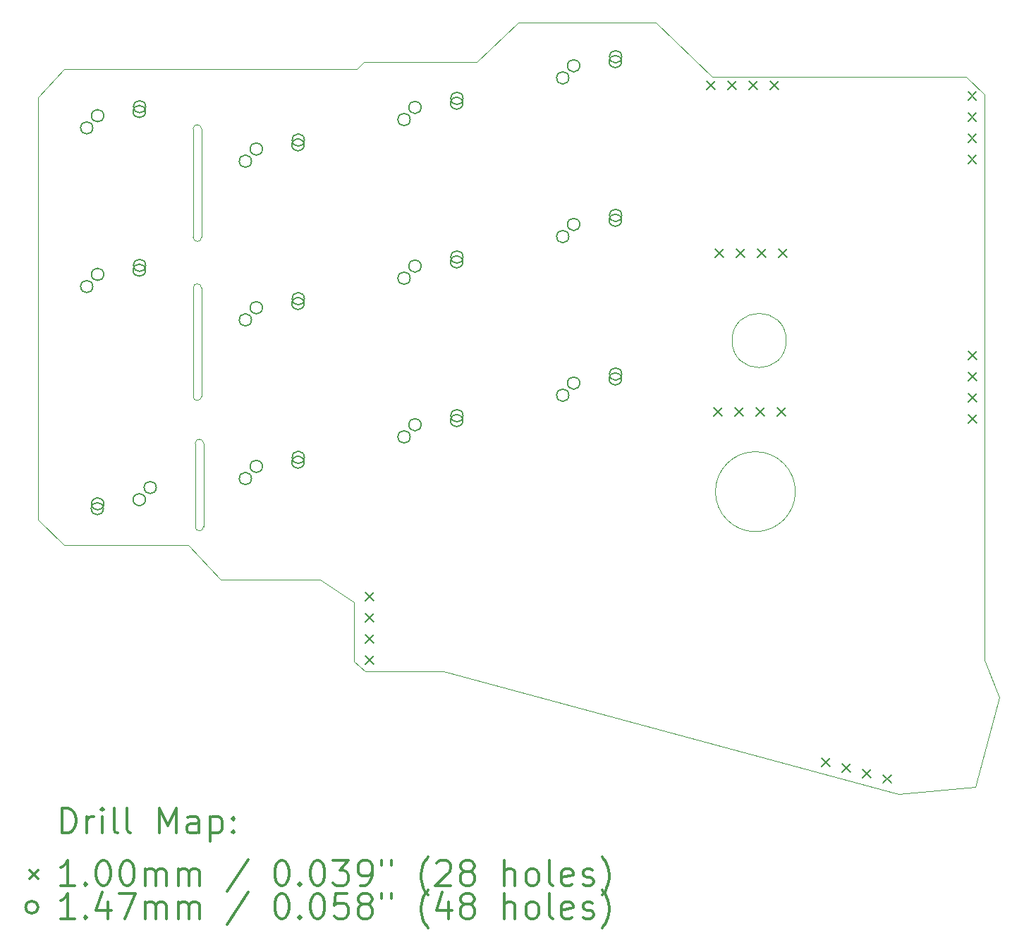
<source format=gbr>
%FSLAX45Y45*%
G04 Gerber Fmt 4.5, Leading zero omitted, Abs format (unit mm)*
G04 Created by KiCad (PCBNEW (5.1.4)-1) date 2023-06-17 18:30:09*
%MOMM*%
%LPD*%
G04 APERTURE LIST*
%ADD10C,0.050000*%
%ADD11C,0.200000*%
%ADD12C,0.300000*%
G04 APERTURE END LIST*
D10*
X3388000Y-54152000D02*
X3388000Y-55454000D01*
X3288000Y-54152000D02*
G75*
G02X3388000Y-54152000I50000J0D01*
G01*
X3288000Y-54152000D02*
X3288000Y-55454000D01*
X3288000Y-52242000D02*
X3288000Y-53544000D01*
X3388000Y-52242000D02*
X3388000Y-53544000D01*
X3388000Y-53544000D02*
G75*
G02X3288000Y-53544000I-50000J0D01*
G01*
X3288000Y-52242000D02*
G75*
G02X3388000Y-52242000I50000J0D01*
G01*
X3388000Y-55454000D02*
G75*
G02X3288000Y-55454000I-50000J0D01*
G01*
X3413000Y-57018000D02*
G75*
G02X3313000Y-57018000I-50000J0D01*
G01*
X3313000Y-56018000D02*
G75*
G02X3413000Y-56018000I50000J0D01*
G01*
X3413000Y-56018000D02*
X3413000Y-57018000D01*
X3313000Y-56018000D02*
X3313000Y-57018000D01*
X1426279Y-56939295D02*
X1426279Y-51864295D01*
X12784480Y-51829016D02*
X12786421Y-58621812D01*
X5216279Y-57929295D02*
X4816279Y-57654295D01*
X1916279Y-57239295D02*
X1736279Y-57239295D01*
X1736279Y-51524295D02*
X1916279Y-51524295D01*
X10518000Y-56598000D02*
G75*
G03X10518000Y-56598000I-480000J0D01*
G01*
X10408000Y-54783000D02*
G75*
G03X10408000Y-54783000I-325000J0D01*
G01*
X5216279Y-57929295D02*
X5216279Y-58639295D01*
X6276279Y-58759295D02*
X6296279Y-58759295D01*
X12678419Y-60143040D02*
X11756279Y-60229295D01*
X12678419Y-60143040D02*
X12966232Y-59066860D01*
X3621279Y-57654295D02*
X3226279Y-57239295D01*
X12786421Y-58621812D02*
X12966232Y-59066860D01*
X6696279Y-51439295D02*
X7191279Y-50964295D01*
X5341279Y-51439295D02*
X5256279Y-51524295D01*
X12784480Y-51829016D02*
X12566279Y-51614295D01*
X8846279Y-50964295D02*
X7191279Y-50964295D01*
X3206279Y-57239295D02*
X3226279Y-57239295D01*
X9516279Y-51614295D02*
X12566279Y-51614295D01*
X1426279Y-56939295D02*
X1736279Y-57239295D01*
X8846279Y-50964295D02*
X9516279Y-51614295D01*
X6696279Y-51439295D02*
X5341279Y-51439295D01*
X3206279Y-57239295D02*
X1916279Y-57239295D01*
X3621279Y-57654295D02*
X4816279Y-57654295D01*
X5216279Y-58639295D02*
X5356279Y-58759295D01*
X6276279Y-58759295D02*
X5356279Y-58759295D01*
X1736279Y-51524295D02*
X1426279Y-51864295D01*
X11756279Y-60229295D02*
X6296279Y-58759295D01*
X1916279Y-51524295D02*
X5256279Y-51524295D01*
D11*
X5356279Y-57807295D02*
X5456279Y-57907295D01*
X5456279Y-57807295D02*
X5356279Y-57907295D01*
X5356279Y-58061295D02*
X5456279Y-58161295D01*
X5456279Y-58061295D02*
X5356279Y-58161295D01*
X5356279Y-58315295D02*
X5456279Y-58415295D01*
X5456279Y-58315295D02*
X5356279Y-58415295D01*
X5356279Y-58569295D02*
X5456279Y-58669295D01*
X5456279Y-58569295D02*
X5356279Y-58669295D01*
X9556416Y-53681520D02*
X9656416Y-53781520D01*
X9656416Y-53681520D02*
X9556416Y-53781520D01*
X9810416Y-53681520D02*
X9910416Y-53781520D01*
X9910416Y-53681520D02*
X9810416Y-53781520D01*
X10064416Y-53681520D02*
X10164416Y-53781520D01*
X10164416Y-53681520D02*
X10064416Y-53781520D01*
X10318416Y-53681520D02*
X10418416Y-53781520D01*
X10418416Y-53681520D02*
X10318416Y-53781520D01*
X10836279Y-59799295D02*
X10936279Y-59899295D01*
X10936279Y-59799295D02*
X10836279Y-59899295D01*
X11081624Y-59865035D02*
X11181624Y-59965035D01*
X11181624Y-59865035D02*
X11081624Y-59965035D01*
X11326969Y-59930775D02*
X11426969Y-60030775D01*
X11426969Y-59930775D02*
X11326969Y-60030775D01*
X11572314Y-59996515D02*
X11672314Y-60096515D01*
X11672314Y-59996515D02*
X11572314Y-60096515D01*
X12590609Y-51797830D02*
X12690609Y-51897830D01*
X12690609Y-51797830D02*
X12590609Y-51897830D01*
X12590609Y-52051830D02*
X12690609Y-52151830D01*
X12690609Y-52051830D02*
X12590609Y-52151830D01*
X12590609Y-52305830D02*
X12690609Y-52405830D01*
X12690609Y-52305830D02*
X12590609Y-52405830D01*
X12590609Y-52559830D02*
X12690609Y-52659830D01*
X12690609Y-52559830D02*
X12590609Y-52659830D01*
X12597060Y-54910489D02*
X12697060Y-55010489D01*
X12697060Y-54910489D02*
X12597060Y-55010489D01*
X12597060Y-55164489D02*
X12697060Y-55264489D01*
X12697060Y-55164489D02*
X12597060Y-55264489D01*
X12597060Y-55418489D02*
X12697060Y-55518489D01*
X12697060Y-55418489D02*
X12597060Y-55518489D01*
X12597060Y-55672489D02*
X12697060Y-55772489D01*
X12697060Y-55672489D02*
X12597060Y-55772489D01*
X9454629Y-51669554D02*
X9554629Y-51769554D01*
X9554629Y-51669554D02*
X9454629Y-51769554D01*
X9708629Y-51669554D02*
X9808629Y-51769554D01*
X9808629Y-51669554D02*
X9708629Y-51769554D01*
X9962629Y-51669554D02*
X10062629Y-51769554D01*
X10062629Y-51669554D02*
X9962629Y-51769554D01*
X10216629Y-51669554D02*
X10316629Y-51769554D01*
X10316629Y-51669554D02*
X10216629Y-51769554D01*
X9540697Y-55590097D02*
X9640697Y-55690097D01*
X9640697Y-55590097D02*
X9540697Y-55690097D01*
X9794697Y-55590097D02*
X9894697Y-55690097D01*
X9894697Y-55590097D02*
X9794697Y-55690097D01*
X10048697Y-55590097D02*
X10148697Y-55690097D01*
X10148697Y-55590097D02*
X10048697Y-55690097D01*
X10302697Y-55590097D02*
X10402697Y-55690097D01*
X10402697Y-55590097D02*
X10302697Y-55690097D01*
X5893779Y-55940295D02*
G75*
G03X5893779Y-55940295I-73500J0D01*
G01*
X6024779Y-55794295D02*
G75*
G03X6024779Y-55794295I-73500J0D01*
G01*
X6524779Y-55744295D02*
G75*
G03X6524779Y-55744295I-73500J0D01*
G01*
X6528779Y-55686295D02*
G75*
G03X6528779Y-55686295I-73500J0D01*
G01*
X2083779Y-54135295D02*
G75*
G03X2083779Y-54135295I-73500J0D01*
G01*
X2214779Y-53989295D02*
G75*
G03X2214779Y-53989295I-73500J0D01*
G01*
X2714779Y-53939295D02*
G75*
G03X2714779Y-53939295I-73500J0D01*
G01*
X2718779Y-53881295D02*
G75*
G03X2718779Y-53881295I-73500J0D01*
G01*
X2210779Y-56802295D02*
G75*
G03X2210779Y-56802295I-73500J0D01*
G01*
X2214779Y-56744295D02*
G75*
G03X2214779Y-56744295I-73500J0D01*
G01*
X2714779Y-56694295D02*
G75*
G03X2714779Y-56694295I-73500J0D01*
G01*
X2845779Y-56548295D02*
G75*
G03X2845779Y-56548295I-73500J0D01*
G01*
X5893779Y-52130295D02*
G75*
G03X5893779Y-52130295I-73500J0D01*
G01*
X6024779Y-51984295D02*
G75*
G03X6024779Y-51984295I-73500J0D01*
G01*
X6524779Y-51934295D02*
G75*
G03X6524779Y-51934295I-73500J0D01*
G01*
X6528779Y-51876295D02*
G75*
G03X6528779Y-51876295I-73500J0D01*
G01*
X7798779Y-55440295D02*
G75*
G03X7798779Y-55440295I-73500J0D01*
G01*
X7929779Y-55294295D02*
G75*
G03X7929779Y-55294295I-73500J0D01*
G01*
X8429779Y-55244295D02*
G75*
G03X8429779Y-55244295I-73500J0D01*
G01*
X8433779Y-55186295D02*
G75*
G03X8433779Y-55186295I-73500J0D01*
G01*
X7798779Y-51630295D02*
G75*
G03X7798779Y-51630295I-73500J0D01*
G01*
X7929779Y-51484295D02*
G75*
G03X7929779Y-51484295I-73500J0D01*
G01*
X8429779Y-51434295D02*
G75*
G03X8429779Y-51434295I-73500J0D01*
G01*
X8433779Y-51376295D02*
G75*
G03X8433779Y-51376295I-73500J0D01*
G01*
X3988779Y-56440295D02*
G75*
G03X3988779Y-56440295I-73500J0D01*
G01*
X4119779Y-56294295D02*
G75*
G03X4119779Y-56294295I-73500J0D01*
G01*
X4619779Y-56244295D02*
G75*
G03X4619779Y-56244295I-73500J0D01*
G01*
X4623779Y-56186295D02*
G75*
G03X4623779Y-56186295I-73500J0D01*
G01*
X3988779Y-52630295D02*
G75*
G03X3988779Y-52630295I-73500J0D01*
G01*
X4119779Y-52484295D02*
G75*
G03X4119779Y-52484295I-73500J0D01*
G01*
X4619779Y-52434295D02*
G75*
G03X4619779Y-52434295I-73500J0D01*
G01*
X4623779Y-52376295D02*
G75*
G03X4623779Y-52376295I-73500J0D01*
G01*
X2083779Y-52230295D02*
G75*
G03X2083779Y-52230295I-73500J0D01*
G01*
X2214779Y-52084295D02*
G75*
G03X2214779Y-52084295I-73500J0D01*
G01*
X2714779Y-52034295D02*
G75*
G03X2714779Y-52034295I-73500J0D01*
G01*
X2718779Y-51976295D02*
G75*
G03X2718779Y-51976295I-73500J0D01*
G01*
X7798779Y-53535295D02*
G75*
G03X7798779Y-53535295I-73500J0D01*
G01*
X7929779Y-53389295D02*
G75*
G03X7929779Y-53389295I-73500J0D01*
G01*
X8429779Y-53339295D02*
G75*
G03X8429779Y-53339295I-73500J0D01*
G01*
X8433779Y-53281295D02*
G75*
G03X8433779Y-53281295I-73500J0D01*
G01*
X3988779Y-54535295D02*
G75*
G03X3988779Y-54535295I-73500J0D01*
G01*
X4119779Y-54389295D02*
G75*
G03X4119779Y-54389295I-73500J0D01*
G01*
X4619779Y-54339295D02*
G75*
G03X4619779Y-54339295I-73500J0D01*
G01*
X4623779Y-54281295D02*
G75*
G03X4623779Y-54281295I-73500J0D01*
G01*
X5893779Y-54035295D02*
G75*
G03X5893779Y-54035295I-73500J0D01*
G01*
X6024779Y-53889295D02*
G75*
G03X6024779Y-53889295I-73500J0D01*
G01*
X6524779Y-53839295D02*
G75*
G03X6524779Y-53839295I-73500J0D01*
G01*
X6528779Y-53781295D02*
G75*
G03X6528779Y-53781295I-73500J0D01*
G01*
D12*
X1710207Y-60697509D02*
X1710207Y-60397509D01*
X1781636Y-60397509D01*
X1824493Y-60411795D01*
X1853064Y-60440367D01*
X1867350Y-60468938D01*
X1881636Y-60526081D01*
X1881636Y-60568938D01*
X1867350Y-60626081D01*
X1853064Y-60654652D01*
X1824493Y-60683224D01*
X1781636Y-60697509D01*
X1710207Y-60697509D01*
X2010207Y-60697509D02*
X2010207Y-60497509D01*
X2010207Y-60554652D02*
X2024493Y-60526081D01*
X2038779Y-60511795D01*
X2067350Y-60497509D01*
X2095922Y-60497509D01*
X2195922Y-60697509D02*
X2195922Y-60497509D01*
X2195922Y-60397509D02*
X2181636Y-60411795D01*
X2195922Y-60426081D01*
X2210207Y-60411795D01*
X2195922Y-60397509D01*
X2195922Y-60426081D01*
X2381636Y-60697509D02*
X2353065Y-60683224D01*
X2338779Y-60654652D01*
X2338779Y-60397509D01*
X2538779Y-60697509D02*
X2510207Y-60683224D01*
X2495922Y-60654652D01*
X2495922Y-60397509D01*
X2881636Y-60697509D02*
X2881636Y-60397509D01*
X2981636Y-60611795D01*
X3081636Y-60397509D01*
X3081636Y-60697509D01*
X3353064Y-60697509D02*
X3353064Y-60540367D01*
X3338779Y-60511795D01*
X3310207Y-60497509D01*
X3253064Y-60497509D01*
X3224493Y-60511795D01*
X3353064Y-60683224D02*
X3324493Y-60697509D01*
X3253064Y-60697509D01*
X3224493Y-60683224D01*
X3210207Y-60654652D01*
X3210207Y-60626081D01*
X3224493Y-60597509D01*
X3253064Y-60583224D01*
X3324493Y-60583224D01*
X3353064Y-60568938D01*
X3495922Y-60497509D02*
X3495922Y-60797509D01*
X3495922Y-60511795D02*
X3524493Y-60497509D01*
X3581636Y-60497509D01*
X3610207Y-60511795D01*
X3624493Y-60526081D01*
X3638779Y-60554652D01*
X3638779Y-60640367D01*
X3624493Y-60668938D01*
X3610207Y-60683224D01*
X3581636Y-60697509D01*
X3524493Y-60697509D01*
X3495922Y-60683224D01*
X3767350Y-60668938D02*
X3781636Y-60683224D01*
X3767350Y-60697509D01*
X3753064Y-60683224D01*
X3767350Y-60668938D01*
X3767350Y-60697509D01*
X3767350Y-60511795D02*
X3781636Y-60526081D01*
X3767350Y-60540367D01*
X3753064Y-60526081D01*
X3767350Y-60511795D01*
X3767350Y-60540367D01*
X1323779Y-61141795D02*
X1423779Y-61241795D01*
X1423779Y-61141795D02*
X1323779Y-61241795D01*
X1867350Y-61327509D02*
X1695922Y-61327509D01*
X1781636Y-61327509D02*
X1781636Y-61027509D01*
X1753064Y-61070367D01*
X1724493Y-61098938D01*
X1695922Y-61113224D01*
X1995922Y-61298938D02*
X2010207Y-61313224D01*
X1995922Y-61327509D01*
X1981636Y-61313224D01*
X1995922Y-61298938D01*
X1995922Y-61327509D01*
X2195922Y-61027509D02*
X2224493Y-61027509D01*
X2253065Y-61041795D01*
X2267350Y-61056081D01*
X2281636Y-61084652D01*
X2295922Y-61141795D01*
X2295922Y-61213224D01*
X2281636Y-61270367D01*
X2267350Y-61298938D01*
X2253065Y-61313224D01*
X2224493Y-61327509D01*
X2195922Y-61327509D01*
X2167350Y-61313224D01*
X2153065Y-61298938D01*
X2138779Y-61270367D01*
X2124493Y-61213224D01*
X2124493Y-61141795D01*
X2138779Y-61084652D01*
X2153065Y-61056081D01*
X2167350Y-61041795D01*
X2195922Y-61027509D01*
X2481636Y-61027509D02*
X2510207Y-61027509D01*
X2538779Y-61041795D01*
X2553065Y-61056081D01*
X2567350Y-61084652D01*
X2581636Y-61141795D01*
X2581636Y-61213224D01*
X2567350Y-61270367D01*
X2553065Y-61298938D01*
X2538779Y-61313224D01*
X2510207Y-61327509D01*
X2481636Y-61327509D01*
X2453065Y-61313224D01*
X2438779Y-61298938D01*
X2424493Y-61270367D01*
X2410207Y-61213224D01*
X2410207Y-61141795D01*
X2424493Y-61084652D01*
X2438779Y-61056081D01*
X2453065Y-61041795D01*
X2481636Y-61027509D01*
X2710207Y-61327509D02*
X2710207Y-61127509D01*
X2710207Y-61156081D02*
X2724493Y-61141795D01*
X2753065Y-61127509D01*
X2795922Y-61127509D01*
X2824493Y-61141795D01*
X2838779Y-61170367D01*
X2838779Y-61327509D01*
X2838779Y-61170367D02*
X2853064Y-61141795D01*
X2881636Y-61127509D01*
X2924493Y-61127509D01*
X2953064Y-61141795D01*
X2967350Y-61170367D01*
X2967350Y-61327509D01*
X3110207Y-61327509D02*
X3110207Y-61127509D01*
X3110207Y-61156081D02*
X3124493Y-61141795D01*
X3153064Y-61127509D01*
X3195922Y-61127509D01*
X3224493Y-61141795D01*
X3238779Y-61170367D01*
X3238779Y-61327509D01*
X3238779Y-61170367D02*
X3253064Y-61141795D01*
X3281636Y-61127509D01*
X3324493Y-61127509D01*
X3353064Y-61141795D01*
X3367350Y-61170367D01*
X3367350Y-61327509D01*
X3953064Y-61013224D02*
X3695922Y-61398938D01*
X4338779Y-61027509D02*
X4367350Y-61027509D01*
X4395922Y-61041795D01*
X4410207Y-61056081D01*
X4424493Y-61084652D01*
X4438779Y-61141795D01*
X4438779Y-61213224D01*
X4424493Y-61270367D01*
X4410207Y-61298938D01*
X4395922Y-61313224D01*
X4367350Y-61327509D01*
X4338779Y-61327509D01*
X4310207Y-61313224D01*
X4295922Y-61298938D01*
X4281636Y-61270367D01*
X4267350Y-61213224D01*
X4267350Y-61141795D01*
X4281636Y-61084652D01*
X4295922Y-61056081D01*
X4310207Y-61041795D01*
X4338779Y-61027509D01*
X4567350Y-61298938D02*
X4581636Y-61313224D01*
X4567350Y-61327509D01*
X4553065Y-61313224D01*
X4567350Y-61298938D01*
X4567350Y-61327509D01*
X4767350Y-61027509D02*
X4795922Y-61027509D01*
X4824493Y-61041795D01*
X4838779Y-61056081D01*
X4853065Y-61084652D01*
X4867350Y-61141795D01*
X4867350Y-61213224D01*
X4853065Y-61270367D01*
X4838779Y-61298938D01*
X4824493Y-61313224D01*
X4795922Y-61327509D01*
X4767350Y-61327509D01*
X4738779Y-61313224D01*
X4724493Y-61298938D01*
X4710207Y-61270367D01*
X4695922Y-61213224D01*
X4695922Y-61141795D01*
X4710207Y-61084652D01*
X4724493Y-61056081D01*
X4738779Y-61041795D01*
X4767350Y-61027509D01*
X4967350Y-61027509D02*
X5153065Y-61027509D01*
X5053065Y-61141795D01*
X5095922Y-61141795D01*
X5124493Y-61156081D01*
X5138779Y-61170367D01*
X5153065Y-61198938D01*
X5153065Y-61270367D01*
X5138779Y-61298938D01*
X5124493Y-61313224D01*
X5095922Y-61327509D01*
X5010207Y-61327509D01*
X4981636Y-61313224D01*
X4967350Y-61298938D01*
X5295922Y-61327509D02*
X5353065Y-61327509D01*
X5381636Y-61313224D01*
X5395922Y-61298938D01*
X5424493Y-61256081D01*
X5438779Y-61198938D01*
X5438779Y-61084652D01*
X5424493Y-61056081D01*
X5410207Y-61041795D01*
X5381636Y-61027509D01*
X5324493Y-61027509D01*
X5295922Y-61041795D01*
X5281636Y-61056081D01*
X5267350Y-61084652D01*
X5267350Y-61156081D01*
X5281636Y-61184652D01*
X5295922Y-61198938D01*
X5324493Y-61213224D01*
X5381636Y-61213224D01*
X5410207Y-61198938D01*
X5424493Y-61184652D01*
X5438779Y-61156081D01*
X5553065Y-61027509D02*
X5553065Y-61084652D01*
X5667350Y-61027509D02*
X5667350Y-61084652D01*
X6110207Y-61441795D02*
X6095922Y-61427509D01*
X6067350Y-61384652D01*
X6053064Y-61356081D01*
X6038779Y-61313224D01*
X6024493Y-61241795D01*
X6024493Y-61184652D01*
X6038779Y-61113224D01*
X6053064Y-61070367D01*
X6067350Y-61041795D01*
X6095922Y-60998938D01*
X6110207Y-60984652D01*
X6210207Y-61056081D02*
X6224493Y-61041795D01*
X6253064Y-61027509D01*
X6324493Y-61027509D01*
X6353064Y-61041795D01*
X6367350Y-61056081D01*
X6381636Y-61084652D01*
X6381636Y-61113224D01*
X6367350Y-61156081D01*
X6195922Y-61327509D01*
X6381636Y-61327509D01*
X6553064Y-61156081D02*
X6524493Y-61141795D01*
X6510207Y-61127509D01*
X6495922Y-61098938D01*
X6495922Y-61084652D01*
X6510207Y-61056081D01*
X6524493Y-61041795D01*
X6553064Y-61027509D01*
X6610207Y-61027509D01*
X6638779Y-61041795D01*
X6653064Y-61056081D01*
X6667350Y-61084652D01*
X6667350Y-61098938D01*
X6653064Y-61127509D01*
X6638779Y-61141795D01*
X6610207Y-61156081D01*
X6553064Y-61156081D01*
X6524493Y-61170367D01*
X6510207Y-61184652D01*
X6495922Y-61213224D01*
X6495922Y-61270367D01*
X6510207Y-61298938D01*
X6524493Y-61313224D01*
X6553064Y-61327509D01*
X6610207Y-61327509D01*
X6638779Y-61313224D01*
X6653064Y-61298938D01*
X6667350Y-61270367D01*
X6667350Y-61213224D01*
X6653064Y-61184652D01*
X6638779Y-61170367D01*
X6610207Y-61156081D01*
X7024493Y-61327509D02*
X7024493Y-61027509D01*
X7153064Y-61327509D02*
X7153064Y-61170367D01*
X7138779Y-61141795D01*
X7110207Y-61127509D01*
X7067350Y-61127509D01*
X7038779Y-61141795D01*
X7024493Y-61156081D01*
X7338779Y-61327509D02*
X7310207Y-61313224D01*
X7295922Y-61298938D01*
X7281636Y-61270367D01*
X7281636Y-61184652D01*
X7295922Y-61156081D01*
X7310207Y-61141795D01*
X7338779Y-61127509D01*
X7381636Y-61127509D01*
X7410207Y-61141795D01*
X7424493Y-61156081D01*
X7438779Y-61184652D01*
X7438779Y-61270367D01*
X7424493Y-61298938D01*
X7410207Y-61313224D01*
X7381636Y-61327509D01*
X7338779Y-61327509D01*
X7610207Y-61327509D02*
X7581636Y-61313224D01*
X7567350Y-61284652D01*
X7567350Y-61027509D01*
X7838779Y-61313224D02*
X7810207Y-61327509D01*
X7753064Y-61327509D01*
X7724493Y-61313224D01*
X7710207Y-61284652D01*
X7710207Y-61170367D01*
X7724493Y-61141795D01*
X7753064Y-61127509D01*
X7810207Y-61127509D01*
X7838779Y-61141795D01*
X7853064Y-61170367D01*
X7853064Y-61198938D01*
X7710207Y-61227509D01*
X7967350Y-61313224D02*
X7995922Y-61327509D01*
X8053064Y-61327509D01*
X8081636Y-61313224D01*
X8095922Y-61284652D01*
X8095922Y-61270367D01*
X8081636Y-61241795D01*
X8053064Y-61227509D01*
X8010207Y-61227509D01*
X7981636Y-61213224D01*
X7967350Y-61184652D01*
X7967350Y-61170367D01*
X7981636Y-61141795D01*
X8010207Y-61127509D01*
X8053064Y-61127509D01*
X8081636Y-61141795D01*
X8195922Y-61441795D02*
X8210207Y-61427509D01*
X8238779Y-61384652D01*
X8253064Y-61356081D01*
X8267350Y-61313224D01*
X8281636Y-61241795D01*
X8281636Y-61184652D01*
X8267350Y-61113224D01*
X8253064Y-61070367D01*
X8238779Y-61041795D01*
X8210207Y-60998938D01*
X8195922Y-60984652D01*
X1423779Y-61587795D02*
G75*
G03X1423779Y-61587795I-73500J0D01*
G01*
X1867350Y-61723509D02*
X1695922Y-61723509D01*
X1781636Y-61723509D02*
X1781636Y-61423509D01*
X1753064Y-61466367D01*
X1724493Y-61494938D01*
X1695922Y-61509224D01*
X1995922Y-61694938D02*
X2010207Y-61709224D01*
X1995922Y-61723509D01*
X1981636Y-61709224D01*
X1995922Y-61694938D01*
X1995922Y-61723509D01*
X2267350Y-61523509D02*
X2267350Y-61723509D01*
X2195922Y-61409224D02*
X2124493Y-61623509D01*
X2310207Y-61623509D01*
X2395922Y-61423509D02*
X2595922Y-61423509D01*
X2467350Y-61723509D01*
X2710207Y-61723509D02*
X2710207Y-61523509D01*
X2710207Y-61552081D02*
X2724493Y-61537795D01*
X2753065Y-61523509D01*
X2795922Y-61523509D01*
X2824493Y-61537795D01*
X2838779Y-61566367D01*
X2838779Y-61723509D01*
X2838779Y-61566367D02*
X2853064Y-61537795D01*
X2881636Y-61523509D01*
X2924493Y-61523509D01*
X2953064Y-61537795D01*
X2967350Y-61566367D01*
X2967350Y-61723509D01*
X3110207Y-61723509D02*
X3110207Y-61523509D01*
X3110207Y-61552081D02*
X3124493Y-61537795D01*
X3153064Y-61523509D01*
X3195922Y-61523509D01*
X3224493Y-61537795D01*
X3238779Y-61566367D01*
X3238779Y-61723509D01*
X3238779Y-61566367D02*
X3253064Y-61537795D01*
X3281636Y-61523509D01*
X3324493Y-61523509D01*
X3353064Y-61537795D01*
X3367350Y-61566367D01*
X3367350Y-61723509D01*
X3953064Y-61409224D02*
X3695922Y-61794938D01*
X4338779Y-61423509D02*
X4367350Y-61423509D01*
X4395922Y-61437795D01*
X4410207Y-61452081D01*
X4424493Y-61480652D01*
X4438779Y-61537795D01*
X4438779Y-61609224D01*
X4424493Y-61666367D01*
X4410207Y-61694938D01*
X4395922Y-61709224D01*
X4367350Y-61723509D01*
X4338779Y-61723509D01*
X4310207Y-61709224D01*
X4295922Y-61694938D01*
X4281636Y-61666367D01*
X4267350Y-61609224D01*
X4267350Y-61537795D01*
X4281636Y-61480652D01*
X4295922Y-61452081D01*
X4310207Y-61437795D01*
X4338779Y-61423509D01*
X4567350Y-61694938D02*
X4581636Y-61709224D01*
X4567350Y-61723509D01*
X4553065Y-61709224D01*
X4567350Y-61694938D01*
X4567350Y-61723509D01*
X4767350Y-61423509D02*
X4795922Y-61423509D01*
X4824493Y-61437795D01*
X4838779Y-61452081D01*
X4853065Y-61480652D01*
X4867350Y-61537795D01*
X4867350Y-61609224D01*
X4853065Y-61666367D01*
X4838779Y-61694938D01*
X4824493Y-61709224D01*
X4795922Y-61723509D01*
X4767350Y-61723509D01*
X4738779Y-61709224D01*
X4724493Y-61694938D01*
X4710207Y-61666367D01*
X4695922Y-61609224D01*
X4695922Y-61537795D01*
X4710207Y-61480652D01*
X4724493Y-61452081D01*
X4738779Y-61437795D01*
X4767350Y-61423509D01*
X5138779Y-61423509D02*
X4995922Y-61423509D01*
X4981636Y-61566367D01*
X4995922Y-61552081D01*
X5024493Y-61537795D01*
X5095922Y-61537795D01*
X5124493Y-61552081D01*
X5138779Y-61566367D01*
X5153065Y-61594938D01*
X5153065Y-61666367D01*
X5138779Y-61694938D01*
X5124493Y-61709224D01*
X5095922Y-61723509D01*
X5024493Y-61723509D01*
X4995922Y-61709224D01*
X4981636Y-61694938D01*
X5324493Y-61552081D02*
X5295922Y-61537795D01*
X5281636Y-61523509D01*
X5267350Y-61494938D01*
X5267350Y-61480652D01*
X5281636Y-61452081D01*
X5295922Y-61437795D01*
X5324493Y-61423509D01*
X5381636Y-61423509D01*
X5410207Y-61437795D01*
X5424493Y-61452081D01*
X5438779Y-61480652D01*
X5438779Y-61494938D01*
X5424493Y-61523509D01*
X5410207Y-61537795D01*
X5381636Y-61552081D01*
X5324493Y-61552081D01*
X5295922Y-61566367D01*
X5281636Y-61580652D01*
X5267350Y-61609224D01*
X5267350Y-61666367D01*
X5281636Y-61694938D01*
X5295922Y-61709224D01*
X5324493Y-61723509D01*
X5381636Y-61723509D01*
X5410207Y-61709224D01*
X5424493Y-61694938D01*
X5438779Y-61666367D01*
X5438779Y-61609224D01*
X5424493Y-61580652D01*
X5410207Y-61566367D01*
X5381636Y-61552081D01*
X5553065Y-61423509D02*
X5553065Y-61480652D01*
X5667350Y-61423509D02*
X5667350Y-61480652D01*
X6110207Y-61837795D02*
X6095922Y-61823509D01*
X6067350Y-61780652D01*
X6053064Y-61752081D01*
X6038779Y-61709224D01*
X6024493Y-61637795D01*
X6024493Y-61580652D01*
X6038779Y-61509224D01*
X6053064Y-61466367D01*
X6067350Y-61437795D01*
X6095922Y-61394938D01*
X6110207Y-61380652D01*
X6353064Y-61523509D02*
X6353064Y-61723509D01*
X6281636Y-61409224D02*
X6210207Y-61623509D01*
X6395922Y-61623509D01*
X6553064Y-61552081D02*
X6524493Y-61537795D01*
X6510207Y-61523509D01*
X6495922Y-61494938D01*
X6495922Y-61480652D01*
X6510207Y-61452081D01*
X6524493Y-61437795D01*
X6553064Y-61423509D01*
X6610207Y-61423509D01*
X6638779Y-61437795D01*
X6653064Y-61452081D01*
X6667350Y-61480652D01*
X6667350Y-61494938D01*
X6653064Y-61523509D01*
X6638779Y-61537795D01*
X6610207Y-61552081D01*
X6553064Y-61552081D01*
X6524493Y-61566367D01*
X6510207Y-61580652D01*
X6495922Y-61609224D01*
X6495922Y-61666367D01*
X6510207Y-61694938D01*
X6524493Y-61709224D01*
X6553064Y-61723509D01*
X6610207Y-61723509D01*
X6638779Y-61709224D01*
X6653064Y-61694938D01*
X6667350Y-61666367D01*
X6667350Y-61609224D01*
X6653064Y-61580652D01*
X6638779Y-61566367D01*
X6610207Y-61552081D01*
X7024493Y-61723509D02*
X7024493Y-61423509D01*
X7153064Y-61723509D02*
X7153064Y-61566367D01*
X7138779Y-61537795D01*
X7110207Y-61523509D01*
X7067350Y-61523509D01*
X7038779Y-61537795D01*
X7024493Y-61552081D01*
X7338779Y-61723509D02*
X7310207Y-61709224D01*
X7295922Y-61694938D01*
X7281636Y-61666367D01*
X7281636Y-61580652D01*
X7295922Y-61552081D01*
X7310207Y-61537795D01*
X7338779Y-61523509D01*
X7381636Y-61523509D01*
X7410207Y-61537795D01*
X7424493Y-61552081D01*
X7438779Y-61580652D01*
X7438779Y-61666367D01*
X7424493Y-61694938D01*
X7410207Y-61709224D01*
X7381636Y-61723509D01*
X7338779Y-61723509D01*
X7610207Y-61723509D02*
X7581636Y-61709224D01*
X7567350Y-61680652D01*
X7567350Y-61423509D01*
X7838779Y-61709224D02*
X7810207Y-61723509D01*
X7753064Y-61723509D01*
X7724493Y-61709224D01*
X7710207Y-61680652D01*
X7710207Y-61566367D01*
X7724493Y-61537795D01*
X7753064Y-61523509D01*
X7810207Y-61523509D01*
X7838779Y-61537795D01*
X7853064Y-61566367D01*
X7853064Y-61594938D01*
X7710207Y-61623509D01*
X7967350Y-61709224D02*
X7995922Y-61723509D01*
X8053064Y-61723509D01*
X8081636Y-61709224D01*
X8095922Y-61680652D01*
X8095922Y-61666367D01*
X8081636Y-61637795D01*
X8053064Y-61623509D01*
X8010207Y-61623509D01*
X7981636Y-61609224D01*
X7967350Y-61580652D01*
X7967350Y-61566367D01*
X7981636Y-61537795D01*
X8010207Y-61523509D01*
X8053064Y-61523509D01*
X8081636Y-61537795D01*
X8195922Y-61837795D02*
X8210207Y-61823509D01*
X8238779Y-61780652D01*
X8253064Y-61752081D01*
X8267350Y-61709224D01*
X8281636Y-61637795D01*
X8281636Y-61580652D01*
X8267350Y-61509224D01*
X8253064Y-61466367D01*
X8238779Y-61437795D01*
X8210207Y-61394938D01*
X8195922Y-61380652D01*
M02*

</source>
